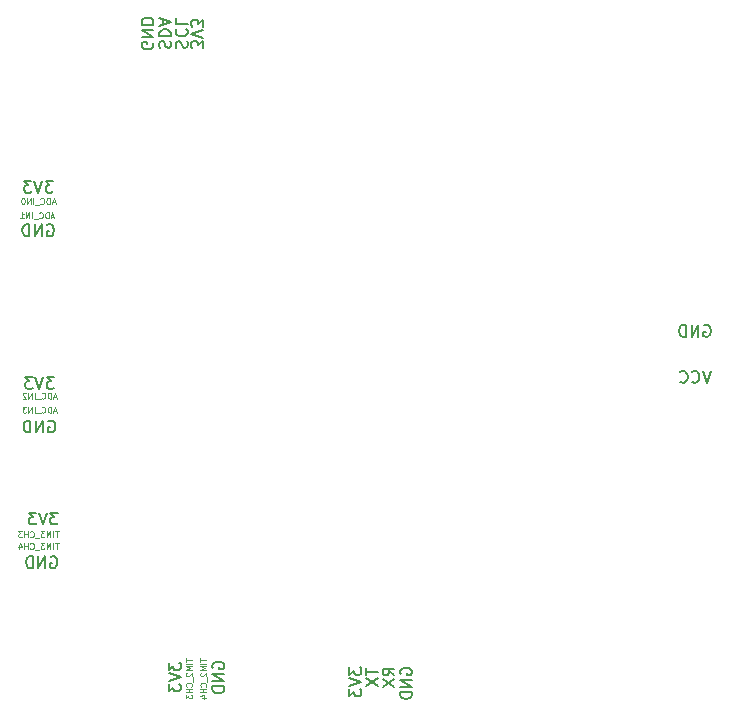
<source format=gbr>
%TF.GenerationSoftware,KiCad,Pcbnew,(5.1.8)-1*%
%TF.CreationDate,2021-01-21T22:43:38-05:00*%
%TF.ProjectId,Sensor Project,53656e73-6f72-4205-9072-6f6a6563742e,rev?*%
%TF.SameCoordinates,Original*%
%TF.FileFunction,Legend,Bot*%
%TF.FilePolarity,Positive*%
%FSLAX46Y46*%
G04 Gerber Fmt 4.6, Leading zero omitted, Abs format (unit mm)*
G04 Created by KiCad (PCBNEW (5.1.8)-1) date 2021-01-21 22:43:38*
%MOMM*%
%LPD*%
G01*
G04 APERTURE LIST*
%ADD10C,0.125000*%
%ADD11C,0.150000*%
G04 APERTURE END LIST*
D10*
X128928571Y-100445833D02*
X128690476Y-100445833D01*
X128976190Y-100588690D02*
X128809523Y-100088690D01*
X128642857Y-100588690D01*
X128476190Y-100588690D02*
X128476190Y-100088690D01*
X128357142Y-100088690D01*
X128285714Y-100112500D01*
X128238095Y-100160119D01*
X128214285Y-100207738D01*
X128190476Y-100302976D01*
X128190476Y-100374404D01*
X128214285Y-100469642D01*
X128238095Y-100517261D01*
X128285714Y-100564880D01*
X128357142Y-100588690D01*
X128476190Y-100588690D01*
X127690476Y-100541071D02*
X127714285Y-100564880D01*
X127785714Y-100588690D01*
X127833333Y-100588690D01*
X127904761Y-100564880D01*
X127952380Y-100517261D01*
X127976190Y-100469642D01*
X128000000Y-100374404D01*
X128000000Y-100302976D01*
X127976190Y-100207738D01*
X127952380Y-100160119D01*
X127904761Y-100112500D01*
X127833333Y-100088690D01*
X127785714Y-100088690D01*
X127714285Y-100112500D01*
X127690476Y-100136309D01*
X127595238Y-100636309D02*
X127214285Y-100636309D01*
X127095238Y-100588690D02*
X127095238Y-100088690D01*
X126857142Y-100588690D02*
X126857142Y-100088690D01*
X126571428Y-100588690D01*
X126571428Y-100088690D01*
X126380952Y-100088690D02*
X126071428Y-100088690D01*
X126238095Y-100279166D01*
X126166666Y-100279166D01*
X126119047Y-100302976D01*
X126095238Y-100326785D01*
X126071428Y-100374404D01*
X126071428Y-100493452D01*
X126095238Y-100541071D01*
X126119047Y-100564880D01*
X126166666Y-100588690D01*
X126309523Y-100588690D01*
X126357142Y-100564880D01*
X126380952Y-100541071D01*
X128928571Y-99245833D02*
X128690476Y-99245833D01*
X128976190Y-99388690D02*
X128809523Y-98888690D01*
X128642857Y-99388690D01*
X128476190Y-99388690D02*
X128476190Y-98888690D01*
X128357142Y-98888690D01*
X128285714Y-98912500D01*
X128238095Y-98960119D01*
X128214285Y-99007738D01*
X128190476Y-99102976D01*
X128190476Y-99174404D01*
X128214285Y-99269642D01*
X128238095Y-99317261D01*
X128285714Y-99364880D01*
X128357142Y-99388690D01*
X128476190Y-99388690D01*
X127690476Y-99341071D02*
X127714285Y-99364880D01*
X127785714Y-99388690D01*
X127833333Y-99388690D01*
X127904761Y-99364880D01*
X127952380Y-99317261D01*
X127976190Y-99269642D01*
X128000000Y-99174404D01*
X128000000Y-99102976D01*
X127976190Y-99007738D01*
X127952380Y-98960119D01*
X127904761Y-98912500D01*
X127833333Y-98888690D01*
X127785714Y-98888690D01*
X127714285Y-98912500D01*
X127690476Y-98936309D01*
X127595238Y-99436309D02*
X127214285Y-99436309D01*
X127095238Y-99388690D02*
X127095238Y-98888690D01*
X126857142Y-99388690D02*
X126857142Y-98888690D01*
X126571428Y-99388690D01*
X126571428Y-98888690D01*
X126357142Y-98936309D02*
X126333333Y-98912500D01*
X126285714Y-98888690D01*
X126166666Y-98888690D01*
X126119047Y-98912500D01*
X126095238Y-98936309D01*
X126071428Y-98983928D01*
X126071428Y-99031547D01*
X126095238Y-99102976D01*
X126380952Y-99388690D01*
X126071428Y-99388690D01*
X128728571Y-83983333D02*
X128490476Y-83983333D01*
X128776190Y-84126190D02*
X128609523Y-83626190D01*
X128442857Y-84126190D01*
X128276190Y-84126190D02*
X128276190Y-83626190D01*
X128157142Y-83626190D01*
X128085714Y-83650000D01*
X128038095Y-83697619D01*
X128014285Y-83745238D01*
X127990476Y-83840476D01*
X127990476Y-83911904D01*
X128014285Y-84007142D01*
X128038095Y-84054761D01*
X128085714Y-84102380D01*
X128157142Y-84126190D01*
X128276190Y-84126190D01*
X127490476Y-84078571D02*
X127514285Y-84102380D01*
X127585714Y-84126190D01*
X127633333Y-84126190D01*
X127704761Y-84102380D01*
X127752380Y-84054761D01*
X127776190Y-84007142D01*
X127800000Y-83911904D01*
X127800000Y-83840476D01*
X127776190Y-83745238D01*
X127752380Y-83697619D01*
X127704761Y-83650000D01*
X127633333Y-83626190D01*
X127585714Y-83626190D01*
X127514285Y-83650000D01*
X127490476Y-83673809D01*
X127395238Y-84173809D02*
X127014285Y-84173809D01*
X126895238Y-84126190D02*
X126895238Y-83626190D01*
X126657142Y-84126190D02*
X126657142Y-83626190D01*
X126371428Y-84126190D01*
X126371428Y-83626190D01*
X125871428Y-84126190D02*
X126157142Y-84126190D01*
X126014285Y-84126190D02*
X126014285Y-83626190D01*
X126061904Y-83697619D01*
X126109523Y-83745238D01*
X126157142Y-83769047D01*
X128828571Y-82783333D02*
X128590476Y-82783333D01*
X128876190Y-82926190D02*
X128709523Y-82426190D01*
X128542857Y-82926190D01*
X128376190Y-82926190D02*
X128376190Y-82426190D01*
X128257142Y-82426190D01*
X128185714Y-82450000D01*
X128138095Y-82497619D01*
X128114285Y-82545238D01*
X128090476Y-82640476D01*
X128090476Y-82711904D01*
X128114285Y-82807142D01*
X128138095Y-82854761D01*
X128185714Y-82902380D01*
X128257142Y-82926190D01*
X128376190Y-82926190D01*
X127590476Y-82878571D02*
X127614285Y-82902380D01*
X127685714Y-82926190D01*
X127733333Y-82926190D01*
X127804761Y-82902380D01*
X127852380Y-82854761D01*
X127876190Y-82807142D01*
X127900000Y-82711904D01*
X127900000Y-82640476D01*
X127876190Y-82545238D01*
X127852380Y-82497619D01*
X127804761Y-82450000D01*
X127733333Y-82426190D01*
X127685714Y-82426190D01*
X127614285Y-82450000D01*
X127590476Y-82473809D01*
X127495238Y-82973809D02*
X127114285Y-82973809D01*
X126995238Y-82926190D02*
X126995238Y-82426190D01*
X126757142Y-82926190D02*
X126757142Y-82426190D01*
X126471428Y-82926190D01*
X126471428Y-82426190D01*
X126138095Y-82426190D02*
X126090476Y-82426190D01*
X126042857Y-82450000D01*
X126019047Y-82473809D01*
X125995238Y-82521428D01*
X125971428Y-82616666D01*
X125971428Y-82735714D01*
X125995238Y-82830952D01*
X126019047Y-82878571D01*
X126042857Y-82902380D01*
X126090476Y-82926190D01*
X126138095Y-82926190D01*
X126185714Y-82902380D01*
X126209523Y-82878571D01*
X126233333Y-82830952D01*
X126257142Y-82735714D01*
X126257142Y-82616666D01*
X126233333Y-82521428D01*
X126209523Y-82473809D01*
X126185714Y-82450000D01*
X126138095Y-82426190D01*
X139926190Y-121373809D02*
X139926190Y-121659523D01*
X140426190Y-121516666D02*
X139926190Y-121516666D01*
X140426190Y-121826190D02*
X139926190Y-121826190D01*
X140426190Y-122064285D02*
X139926190Y-122064285D01*
X140283333Y-122230952D01*
X139926190Y-122397619D01*
X140426190Y-122397619D01*
X139973809Y-122611904D02*
X139950000Y-122635714D01*
X139926190Y-122683333D01*
X139926190Y-122802380D01*
X139950000Y-122850000D01*
X139973809Y-122873809D01*
X140021428Y-122897619D01*
X140069047Y-122897619D01*
X140140476Y-122873809D01*
X140426190Y-122588095D01*
X140426190Y-122897619D01*
X140473809Y-122992857D02*
X140473809Y-123373809D01*
X140378571Y-123778571D02*
X140402380Y-123754761D01*
X140426190Y-123683333D01*
X140426190Y-123635714D01*
X140402380Y-123564285D01*
X140354761Y-123516666D01*
X140307142Y-123492857D01*
X140211904Y-123469047D01*
X140140476Y-123469047D01*
X140045238Y-123492857D01*
X139997619Y-123516666D01*
X139950000Y-123564285D01*
X139926190Y-123635714D01*
X139926190Y-123683333D01*
X139950000Y-123754761D01*
X139973809Y-123778571D01*
X140426190Y-123992857D02*
X139926190Y-123992857D01*
X140164285Y-123992857D02*
X140164285Y-124278571D01*
X140426190Y-124278571D02*
X139926190Y-124278571D01*
X139926190Y-124469047D02*
X139926190Y-124778571D01*
X140116666Y-124611904D01*
X140116666Y-124683333D01*
X140140476Y-124730952D01*
X140164285Y-124754761D01*
X140211904Y-124778571D01*
X140330952Y-124778571D01*
X140378571Y-124754761D01*
X140402380Y-124730952D01*
X140426190Y-124683333D01*
X140426190Y-124540476D01*
X140402380Y-124492857D01*
X140378571Y-124469047D01*
X141126190Y-121373809D02*
X141126190Y-121659523D01*
X141626190Y-121516666D02*
X141126190Y-121516666D01*
X141626190Y-121826190D02*
X141126190Y-121826190D01*
X141626190Y-122064285D02*
X141126190Y-122064285D01*
X141483333Y-122230952D01*
X141126190Y-122397619D01*
X141626190Y-122397619D01*
X141173809Y-122611904D02*
X141150000Y-122635714D01*
X141126190Y-122683333D01*
X141126190Y-122802380D01*
X141150000Y-122850000D01*
X141173809Y-122873809D01*
X141221428Y-122897619D01*
X141269047Y-122897619D01*
X141340476Y-122873809D01*
X141626190Y-122588095D01*
X141626190Y-122897619D01*
X141673809Y-122992857D02*
X141673809Y-123373809D01*
X141578571Y-123778571D02*
X141602380Y-123754761D01*
X141626190Y-123683333D01*
X141626190Y-123635714D01*
X141602380Y-123564285D01*
X141554761Y-123516666D01*
X141507142Y-123492857D01*
X141411904Y-123469047D01*
X141340476Y-123469047D01*
X141245238Y-123492857D01*
X141197619Y-123516666D01*
X141150000Y-123564285D01*
X141126190Y-123635714D01*
X141126190Y-123683333D01*
X141150000Y-123754761D01*
X141173809Y-123778571D01*
X141626190Y-123992857D02*
X141126190Y-123992857D01*
X141364285Y-123992857D02*
X141364285Y-124278571D01*
X141626190Y-124278571D02*
X141126190Y-124278571D01*
X141292857Y-124730952D02*
X141626190Y-124730952D01*
X141102380Y-124611904D02*
X141459523Y-124492857D01*
X141459523Y-124802380D01*
X129126190Y-111626190D02*
X128840476Y-111626190D01*
X128983333Y-112126190D02*
X128983333Y-111626190D01*
X128673809Y-112126190D02*
X128673809Y-111626190D01*
X128435714Y-112126190D02*
X128435714Y-111626190D01*
X128269047Y-111983333D01*
X128102380Y-111626190D01*
X128102380Y-112126190D01*
X127911904Y-111626190D02*
X127602380Y-111626190D01*
X127769047Y-111816666D01*
X127697619Y-111816666D01*
X127650000Y-111840476D01*
X127626190Y-111864285D01*
X127602380Y-111911904D01*
X127602380Y-112030952D01*
X127626190Y-112078571D01*
X127650000Y-112102380D01*
X127697619Y-112126190D01*
X127840476Y-112126190D01*
X127888095Y-112102380D01*
X127911904Y-112078571D01*
X127507142Y-112173809D02*
X127126190Y-112173809D01*
X126721428Y-112078571D02*
X126745238Y-112102380D01*
X126816666Y-112126190D01*
X126864285Y-112126190D01*
X126935714Y-112102380D01*
X126983333Y-112054761D01*
X127007142Y-112007142D01*
X127030952Y-111911904D01*
X127030952Y-111840476D01*
X127007142Y-111745238D01*
X126983333Y-111697619D01*
X126935714Y-111650000D01*
X126864285Y-111626190D01*
X126816666Y-111626190D01*
X126745238Y-111650000D01*
X126721428Y-111673809D01*
X126507142Y-112126190D02*
X126507142Y-111626190D01*
X126507142Y-111864285D02*
X126221428Y-111864285D01*
X126221428Y-112126190D02*
X126221428Y-111626190D01*
X125769047Y-111792857D02*
X125769047Y-112126190D01*
X125888095Y-111602380D02*
X126007142Y-111959523D01*
X125697619Y-111959523D01*
X129126190Y-110626190D02*
X128840476Y-110626190D01*
X128983333Y-111126190D02*
X128983333Y-110626190D01*
X128673809Y-111126190D02*
X128673809Y-110626190D01*
X128435714Y-111126190D02*
X128435714Y-110626190D01*
X128269047Y-110983333D01*
X128102380Y-110626190D01*
X128102380Y-111126190D01*
X127911904Y-110626190D02*
X127602380Y-110626190D01*
X127769047Y-110816666D01*
X127697619Y-110816666D01*
X127650000Y-110840476D01*
X127626190Y-110864285D01*
X127602380Y-110911904D01*
X127602380Y-111030952D01*
X127626190Y-111078571D01*
X127650000Y-111102380D01*
X127697619Y-111126190D01*
X127840476Y-111126190D01*
X127888095Y-111102380D01*
X127911904Y-111078571D01*
X127507142Y-111173809D02*
X127126190Y-111173809D01*
X126721428Y-111078571D02*
X126745238Y-111102380D01*
X126816666Y-111126190D01*
X126864285Y-111126190D01*
X126935714Y-111102380D01*
X126983333Y-111054761D01*
X127007142Y-111007142D01*
X127030952Y-110911904D01*
X127030952Y-110840476D01*
X127007142Y-110745238D01*
X126983333Y-110697619D01*
X126935714Y-110650000D01*
X126864285Y-110626190D01*
X126816666Y-110626190D01*
X126745238Y-110650000D01*
X126721428Y-110673809D01*
X126507142Y-111126190D02*
X126507142Y-110626190D01*
X126507142Y-110864285D02*
X126221428Y-110864285D01*
X126221428Y-111126190D02*
X126221428Y-110626190D01*
X126030952Y-110626190D02*
X125721428Y-110626190D01*
X125888095Y-110816666D01*
X125816666Y-110816666D01*
X125769047Y-110840476D01*
X125745238Y-110864285D01*
X125721428Y-110911904D01*
X125721428Y-111030952D01*
X125745238Y-111078571D01*
X125769047Y-111102380D01*
X125816666Y-111126190D01*
X125959523Y-111126190D01*
X126007142Y-111102380D01*
X126030952Y-111078571D01*
D11*
X139095238Y-69690476D02*
X139047619Y-69547619D01*
X139047619Y-69309523D01*
X139095238Y-69214285D01*
X139142857Y-69166666D01*
X139238095Y-69119047D01*
X139333333Y-69119047D01*
X139428571Y-69166666D01*
X139476190Y-69214285D01*
X139523809Y-69309523D01*
X139571428Y-69500000D01*
X139619047Y-69595238D01*
X139666666Y-69642857D01*
X139761904Y-69690476D01*
X139857142Y-69690476D01*
X139952380Y-69642857D01*
X140000000Y-69595238D01*
X140047619Y-69500000D01*
X140047619Y-69261904D01*
X140000000Y-69119047D01*
X139142857Y-68119047D02*
X139095238Y-68166666D01*
X139047619Y-68309523D01*
X139047619Y-68404761D01*
X139095238Y-68547619D01*
X139190476Y-68642857D01*
X139285714Y-68690476D01*
X139476190Y-68738095D01*
X139619047Y-68738095D01*
X139809523Y-68690476D01*
X139904761Y-68642857D01*
X140000000Y-68547619D01*
X140047619Y-68404761D01*
X140047619Y-68309523D01*
X140000000Y-68166666D01*
X139952380Y-68119047D01*
X139047619Y-67214285D02*
X139047619Y-67690476D01*
X140047619Y-67690476D01*
X137695238Y-69714285D02*
X137647619Y-69571428D01*
X137647619Y-69333333D01*
X137695238Y-69238095D01*
X137742857Y-69190476D01*
X137838095Y-69142857D01*
X137933333Y-69142857D01*
X138028571Y-69190476D01*
X138076190Y-69238095D01*
X138123809Y-69333333D01*
X138171428Y-69523809D01*
X138219047Y-69619047D01*
X138266666Y-69666666D01*
X138361904Y-69714285D01*
X138457142Y-69714285D01*
X138552380Y-69666666D01*
X138600000Y-69619047D01*
X138647619Y-69523809D01*
X138647619Y-69285714D01*
X138600000Y-69142857D01*
X137647619Y-68714285D02*
X138647619Y-68714285D01*
X138647619Y-68476190D01*
X138600000Y-68333333D01*
X138504761Y-68238095D01*
X138409523Y-68190476D01*
X138219047Y-68142857D01*
X138076190Y-68142857D01*
X137885714Y-68190476D01*
X137790476Y-68238095D01*
X137695238Y-68333333D01*
X137647619Y-68476190D01*
X137647619Y-68714285D01*
X137933333Y-67761904D02*
X137933333Y-67285714D01*
X137647619Y-67857142D02*
X138647619Y-67523809D01*
X137647619Y-67190476D01*
X155152380Y-122238095D02*
X155152380Y-122809523D01*
X156152380Y-122523809D02*
X155152380Y-122523809D01*
X155152380Y-123047619D02*
X156152380Y-123714285D01*
X155152380Y-123714285D02*
X156152380Y-123047619D01*
X157552380Y-122833333D02*
X157076190Y-122500000D01*
X157552380Y-122261904D02*
X156552380Y-122261904D01*
X156552380Y-122642857D01*
X156600000Y-122738095D01*
X156647619Y-122785714D01*
X156742857Y-122833333D01*
X156885714Y-122833333D01*
X156980952Y-122785714D01*
X157028571Y-122738095D01*
X157076190Y-122642857D01*
X157076190Y-122261904D01*
X156552380Y-123166666D02*
X157552380Y-123833333D01*
X156552380Y-123833333D02*
X157552380Y-123166666D01*
X183761904Y-93200000D02*
X183857142Y-93152380D01*
X184000000Y-93152380D01*
X184142857Y-93200000D01*
X184238095Y-93295238D01*
X184285714Y-93390476D01*
X184333333Y-93580952D01*
X184333333Y-93723809D01*
X184285714Y-93914285D01*
X184238095Y-94009523D01*
X184142857Y-94104761D01*
X184000000Y-94152380D01*
X183904761Y-94152380D01*
X183761904Y-94104761D01*
X183714285Y-94057142D01*
X183714285Y-93723809D01*
X183904761Y-93723809D01*
X183285714Y-94152380D02*
X183285714Y-93152380D01*
X182714285Y-94152380D01*
X182714285Y-93152380D01*
X182238095Y-94152380D02*
X182238095Y-93152380D01*
X182000000Y-93152380D01*
X181857142Y-93200000D01*
X181761904Y-93295238D01*
X181714285Y-93390476D01*
X181666666Y-93580952D01*
X181666666Y-93723809D01*
X181714285Y-93914285D01*
X181761904Y-94009523D01*
X181857142Y-94104761D01*
X182000000Y-94152380D01*
X182238095Y-94152380D01*
X184333333Y-97052380D02*
X184000000Y-98052380D01*
X183666666Y-97052380D01*
X182761904Y-97957142D02*
X182809523Y-98004761D01*
X182952380Y-98052380D01*
X183047619Y-98052380D01*
X183190476Y-98004761D01*
X183285714Y-97909523D01*
X183333333Y-97814285D01*
X183380952Y-97623809D01*
X183380952Y-97480952D01*
X183333333Y-97290476D01*
X183285714Y-97195238D01*
X183190476Y-97100000D01*
X183047619Y-97052380D01*
X182952380Y-97052380D01*
X182809523Y-97100000D01*
X182761904Y-97147619D01*
X181761904Y-97957142D02*
X181809523Y-98004761D01*
X181952380Y-98052380D01*
X182047619Y-98052380D01*
X182190476Y-98004761D01*
X182285714Y-97909523D01*
X182333333Y-97814285D01*
X182380952Y-97623809D01*
X182380952Y-97480952D01*
X182333333Y-97290476D01*
X182285714Y-97195238D01*
X182190476Y-97100000D01*
X182047619Y-97052380D01*
X181952380Y-97052380D01*
X181809523Y-97100000D01*
X181761904Y-97147619D01*
X158100000Y-122738095D02*
X158052380Y-122642857D01*
X158052380Y-122500000D01*
X158100000Y-122357142D01*
X158195238Y-122261904D01*
X158290476Y-122214285D01*
X158480952Y-122166666D01*
X158623809Y-122166666D01*
X158814285Y-122214285D01*
X158909523Y-122261904D01*
X159004761Y-122357142D01*
X159052380Y-122500000D01*
X159052380Y-122595238D01*
X159004761Y-122738095D01*
X158957142Y-122785714D01*
X158623809Y-122785714D01*
X158623809Y-122595238D01*
X159052380Y-123214285D02*
X158052380Y-123214285D01*
X159052380Y-123785714D01*
X158052380Y-123785714D01*
X159052380Y-124261904D02*
X158052380Y-124261904D01*
X158052380Y-124500000D01*
X158100000Y-124642857D01*
X158195238Y-124738095D01*
X158290476Y-124785714D01*
X158480952Y-124833333D01*
X158623809Y-124833333D01*
X158814285Y-124785714D01*
X158909523Y-124738095D01*
X159004761Y-124642857D01*
X159052380Y-124500000D01*
X159052380Y-124261904D01*
X153752380Y-122161904D02*
X153752380Y-122780952D01*
X154133333Y-122447619D01*
X154133333Y-122590476D01*
X154180952Y-122685714D01*
X154228571Y-122733333D01*
X154323809Y-122780952D01*
X154561904Y-122780952D01*
X154657142Y-122733333D01*
X154704761Y-122685714D01*
X154752380Y-122590476D01*
X154752380Y-122304761D01*
X154704761Y-122209523D01*
X154657142Y-122161904D01*
X153752380Y-123066666D02*
X154752380Y-123400000D01*
X153752380Y-123733333D01*
X153752380Y-123971428D02*
X153752380Y-124590476D01*
X154133333Y-124257142D01*
X154133333Y-124400000D01*
X154180952Y-124495238D01*
X154228571Y-124542857D01*
X154323809Y-124590476D01*
X154561904Y-124590476D01*
X154657142Y-124542857D01*
X154704761Y-124495238D01*
X154752380Y-124400000D01*
X154752380Y-124114285D01*
X154704761Y-124019047D01*
X154657142Y-123971428D01*
X142200000Y-122238095D02*
X142152380Y-122142857D01*
X142152380Y-122000000D01*
X142200000Y-121857142D01*
X142295238Y-121761904D01*
X142390476Y-121714285D01*
X142580952Y-121666666D01*
X142723809Y-121666666D01*
X142914285Y-121714285D01*
X143009523Y-121761904D01*
X143104761Y-121857142D01*
X143152380Y-122000000D01*
X143152380Y-122095238D01*
X143104761Y-122238095D01*
X143057142Y-122285714D01*
X142723809Y-122285714D01*
X142723809Y-122095238D01*
X143152380Y-122714285D02*
X142152380Y-122714285D01*
X143152380Y-123285714D01*
X142152380Y-123285714D01*
X143152380Y-123761904D02*
X142152380Y-123761904D01*
X142152380Y-124000000D01*
X142200000Y-124142857D01*
X142295238Y-124238095D01*
X142390476Y-124285714D01*
X142580952Y-124333333D01*
X142723809Y-124333333D01*
X142914285Y-124285714D01*
X143009523Y-124238095D01*
X143104761Y-124142857D01*
X143152380Y-124000000D01*
X143152380Y-123761904D01*
X138452380Y-121761904D02*
X138452380Y-122380952D01*
X138833333Y-122047619D01*
X138833333Y-122190476D01*
X138880952Y-122285714D01*
X138928571Y-122333333D01*
X139023809Y-122380952D01*
X139261904Y-122380952D01*
X139357142Y-122333333D01*
X139404761Y-122285714D01*
X139452380Y-122190476D01*
X139452380Y-121904761D01*
X139404761Y-121809523D01*
X139357142Y-121761904D01*
X138452380Y-122666666D02*
X139452380Y-123000000D01*
X138452380Y-123333333D01*
X138452380Y-123571428D02*
X138452380Y-124190476D01*
X138833333Y-123857142D01*
X138833333Y-124000000D01*
X138880952Y-124095238D01*
X138928571Y-124142857D01*
X139023809Y-124190476D01*
X139261904Y-124190476D01*
X139357142Y-124142857D01*
X139404761Y-124095238D01*
X139452380Y-124000000D01*
X139452380Y-123714285D01*
X139404761Y-123619047D01*
X139357142Y-123571428D01*
X128461904Y-112800000D02*
X128557142Y-112752380D01*
X128700000Y-112752380D01*
X128842857Y-112800000D01*
X128938095Y-112895238D01*
X128985714Y-112990476D01*
X129033333Y-113180952D01*
X129033333Y-113323809D01*
X128985714Y-113514285D01*
X128938095Y-113609523D01*
X128842857Y-113704761D01*
X128700000Y-113752380D01*
X128604761Y-113752380D01*
X128461904Y-113704761D01*
X128414285Y-113657142D01*
X128414285Y-113323809D01*
X128604761Y-113323809D01*
X127985714Y-113752380D02*
X127985714Y-112752380D01*
X127414285Y-113752380D01*
X127414285Y-112752380D01*
X126938095Y-113752380D02*
X126938095Y-112752380D01*
X126700000Y-112752380D01*
X126557142Y-112800000D01*
X126461904Y-112895238D01*
X126414285Y-112990476D01*
X126366666Y-113180952D01*
X126366666Y-113323809D01*
X126414285Y-113514285D01*
X126461904Y-113609523D01*
X126557142Y-113704761D01*
X126700000Y-113752380D01*
X126938095Y-113752380D01*
X129038095Y-109052380D02*
X128419047Y-109052380D01*
X128752380Y-109433333D01*
X128609523Y-109433333D01*
X128514285Y-109480952D01*
X128466666Y-109528571D01*
X128419047Y-109623809D01*
X128419047Y-109861904D01*
X128466666Y-109957142D01*
X128514285Y-110004761D01*
X128609523Y-110052380D01*
X128895238Y-110052380D01*
X128990476Y-110004761D01*
X129038095Y-109957142D01*
X128133333Y-109052380D02*
X127800000Y-110052380D01*
X127466666Y-109052380D01*
X127228571Y-109052380D02*
X126609523Y-109052380D01*
X126942857Y-109433333D01*
X126800000Y-109433333D01*
X126704761Y-109480952D01*
X126657142Y-109528571D01*
X126609523Y-109623809D01*
X126609523Y-109861904D01*
X126657142Y-109957142D01*
X126704761Y-110004761D01*
X126800000Y-110052380D01*
X127085714Y-110052380D01*
X127180952Y-110004761D01*
X127228571Y-109957142D01*
X128261904Y-101300000D02*
X128357142Y-101252380D01*
X128500000Y-101252380D01*
X128642857Y-101300000D01*
X128738095Y-101395238D01*
X128785714Y-101490476D01*
X128833333Y-101680952D01*
X128833333Y-101823809D01*
X128785714Y-102014285D01*
X128738095Y-102109523D01*
X128642857Y-102204761D01*
X128500000Y-102252380D01*
X128404761Y-102252380D01*
X128261904Y-102204761D01*
X128214285Y-102157142D01*
X128214285Y-101823809D01*
X128404761Y-101823809D01*
X127785714Y-102252380D02*
X127785714Y-101252380D01*
X127214285Y-102252380D01*
X127214285Y-101252380D01*
X126738095Y-102252380D02*
X126738095Y-101252380D01*
X126500000Y-101252380D01*
X126357142Y-101300000D01*
X126261904Y-101395238D01*
X126214285Y-101490476D01*
X126166666Y-101680952D01*
X126166666Y-101823809D01*
X126214285Y-102014285D01*
X126261904Y-102109523D01*
X126357142Y-102204761D01*
X126500000Y-102252380D01*
X126738095Y-102252380D01*
X128738095Y-97552380D02*
X128119047Y-97552380D01*
X128452380Y-97933333D01*
X128309523Y-97933333D01*
X128214285Y-97980952D01*
X128166666Y-98028571D01*
X128119047Y-98123809D01*
X128119047Y-98361904D01*
X128166666Y-98457142D01*
X128214285Y-98504761D01*
X128309523Y-98552380D01*
X128595238Y-98552380D01*
X128690476Y-98504761D01*
X128738095Y-98457142D01*
X127833333Y-97552380D02*
X127500000Y-98552380D01*
X127166666Y-97552380D01*
X126928571Y-97552380D02*
X126309523Y-97552380D01*
X126642857Y-97933333D01*
X126500000Y-97933333D01*
X126404761Y-97980952D01*
X126357142Y-98028571D01*
X126309523Y-98123809D01*
X126309523Y-98361904D01*
X126357142Y-98457142D01*
X126404761Y-98504761D01*
X126500000Y-98552380D01*
X126785714Y-98552380D01*
X126880952Y-98504761D01*
X126928571Y-98457142D01*
X128161904Y-84700000D02*
X128257142Y-84652380D01*
X128400000Y-84652380D01*
X128542857Y-84700000D01*
X128638095Y-84795238D01*
X128685714Y-84890476D01*
X128733333Y-85080952D01*
X128733333Y-85223809D01*
X128685714Y-85414285D01*
X128638095Y-85509523D01*
X128542857Y-85604761D01*
X128400000Y-85652380D01*
X128304761Y-85652380D01*
X128161904Y-85604761D01*
X128114285Y-85557142D01*
X128114285Y-85223809D01*
X128304761Y-85223809D01*
X127685714Y-85652380D02*
X127685714Y-84652380D01*
X127114285Y-85652380D01*
X127114285Y-84652380D01*
X126638095Y-85652380D02*
X126638095Y-84652380D01*
X126400000Y-84652380D01*
X126257142Y-84700000D01*
X126161904Y-84795238D01*
X126114285Y-84890476D01*
X126066666Y-85080952D01*
X126066666Y-85223809D01*
X126114285Y-85414285D01*
X126161904Y-85509523D01*
X126257142Y-85604761D01*
X126400000Y-85652380D01*
X126638095Y-85652380D01*
X128638095Y-80952380D02*
X128019047Y-80952380D01*
X128352380Y-81333333D01*
X128209523Y-81333333D01*
X128114285Y-81380952D01*
X128066666Y-81428571D01*
X128019047Y-81523809D01*
X128019047Y-81761904D01*
X128066666Y-81857142D01*
X128114285Y-81904761D01*
X128209523Y-81952380D01*
X128495238Y-81952380D01*
X128590476Y-81904761D01*
X128638095Y-81857142D01*
X127733333Y-80952380D02*
X127400000Y-81952380D01*
X127066666Y-80952380D01*
X126828571Y-80952380D02*
X126209523Y-80952380D01*
X126542857Y-81333333D01*
X126400000Y-81333333D01*
X126304761Y-81380952D01*
X126257142Y-81428571D01*
X126209523Y-81523809D01*
X126209523Y-81761904D01*
X126257142Y-81857142D01*
X126304761Y-81904761D01*
X126400000Y-81952380D01*
X126685714Y-81952380D01*
X126780952Y-81904761D01*
X126828571Y-81857142D01*
X141347619Y-69738095D02*
X141347619Y-69119047D01*
X140966666Y-69452380D01*
X140966666Y-69309523D01*
X140919047Y-69214285D01*
X140871428Y-69166666D01*
X140776190Y-69119047D01*
X140538095Y-69119047D01*
X140442857Y-69166666D01*
X140395238Y-69214285D01*
X140347619Y-69309523D01*
X140347619Y-69595238D01*
X140395238Y-69690476D01*
X140442857Y-69738095D01*
X141347619Y-68833333D02*
X140347619Y-68500000D01*
X141347619Y-68166666D01*
X141347619Y-67928571D02*
X141347619Y-67309523D01*
X140966666Y-67642857D01*
X140966666Y-67500000D01*
X140919047Y-67404761D01*
X140871428Y-67357142D01*
X140776190Y-67309523D01*
X140538095Y-67309523D01*
X140442857Y-67357142D01*
X140395238Y-67404761D01*
X140347619Y-67500000D01*
X140347619Y-67785714D01*
X140395238Y-67880952D01*
X140442857Y-67928571D01*
X137100000Y-69261904D02*
X137147619Y-69357142D01*
X137147619Y-69500000D01*
X137100000Y-69642857D01*
X137004761Y-69738095D01*
X136909523Y-69785714D01*
X136719047Y-69833333D01*
X136576190Y-69833333D01*
X136385714Y-69785714D01*
X136290476Y-69738095D01*
X136195238Y-69642857D01*
X136147619Y-69500000D01*
X136147619Y-69404761D01*
X136195238Y-69261904D01*
X136242857Y-69214285D01*
X136576190Y-69214285D01*
X136576190Y-69404761D01*
X136147619Y-68785714D02*
X137147619Y-68785714D01*
X136147619Y-68214285D01*
X137147619Y-68214285D01*
X136147619Y-67738095D02*
X137147619Y-67738095D01*
X137147619Y-67500000D01*
X137100000Y-67357142D01*
X137004761Y-67261904D01*
X136909523Y-67214285D01*
X136719047Y-67166666D01*
X136576190Y-67166666D01*
X136385714Y-67214285D01*
X136290476Y-67261904D01*
X136195238Y-67357142D01*
X136147619Y-67500000D01*
X136147619Y-67738095D01*
M02*

</source>
